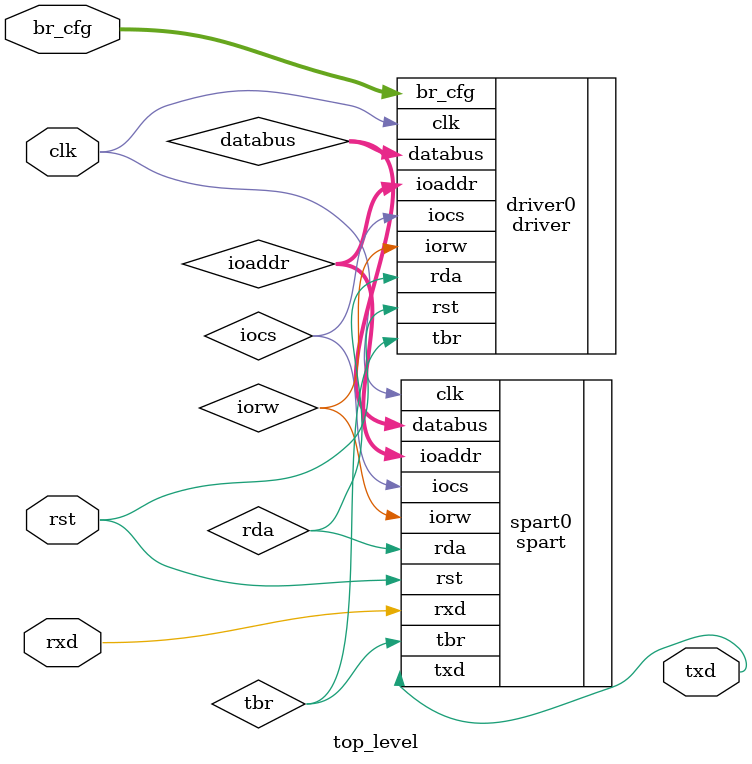
<source format=v>
`timescale 1ns / 1ps
module top_level(
    input clk,         // 100mhz clock
    input rst,         // Asynchronous reset, tied to dip switch 0
    output txd,        // RS232 Transmit Data
    input rxd,         // RS232 Recieve Data
    input [1:0] br_cfg // Baud Rate Configuration, Tied to dip switches 2 and 3
    );
	
	wire iocs;
	wire iorw;
	wire rda;
	wire tbr;
	wire [1:0] ioaddr;
	wire [7:0] databus;
	

	
	
	// Instantiate your SPART here
	spart spart0( .clk(clk),
                 .rst(rst),
					  .iocs(iocs),
					  .iorw(iorw),
					  .rda(rda),
					  .tbr(tbr),
					  .ioaddr(ioaddr),
					  .databus(databus),
					  .txd(txd),
					  .rxd(rxd)
					);

	// Instantiate your driver here
	driver driver0( .clk(clk),
	                .rst(rst),
						 .br_cfg(br_cfg),
						 .iocs(iocs),
						 .iorw(iorw),
						 .rda(rda),
						 .tbr(tbr),
						 .ioaddr(ioaddr),
						 .databus(databus)
					 );
					 
endmodule

</source>
